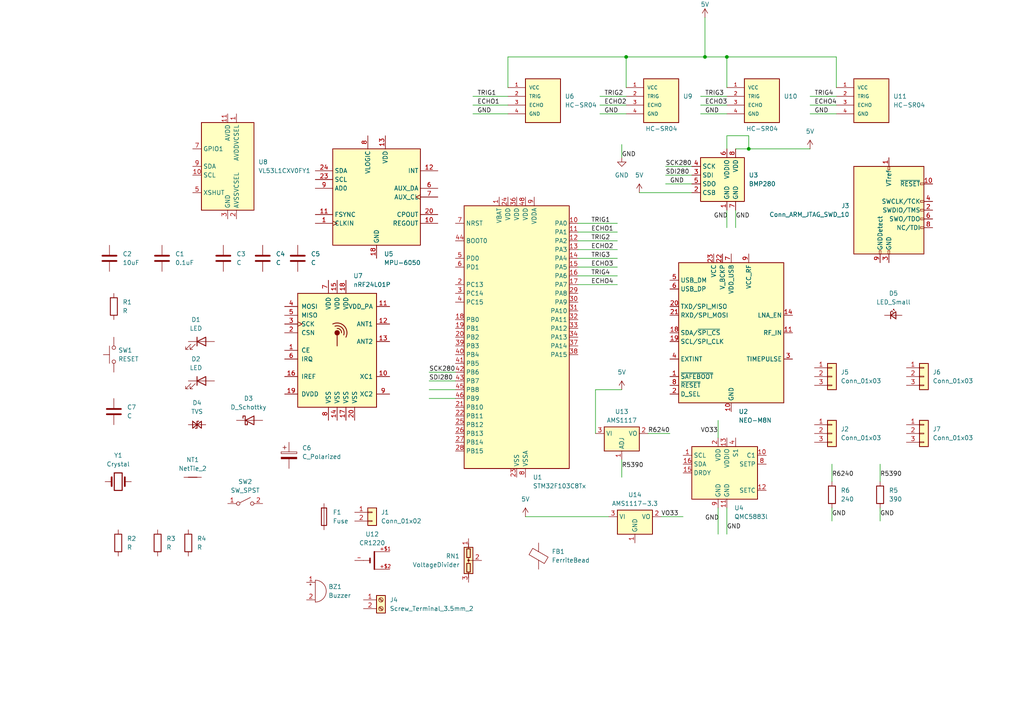
<source format=kicad_sch>
(kicad_sch (version 20250114) (generator "eeschema") (generator_version "9.0")
  (paper "A4")
  (lib_symbols
    (symbol "CR1220:CR1220" (pin_names (offset 1.016))
      (property "Reference" "U" (at -1.27 3.175 0))
      (property "Value" "CR1220" (at -1.27 -5.08 0))
      (symbol "CR1220_0_0"
        (pin passive line (at -5.08 0 0) (length 2.54) (name "~") (number "-"))
        (pin passive line (at 5.08 2.54 180) (length 2.54) (name "~") (number "+$1"))
        (pin passive line (at 5.08 -2.54 180) (length 2.54) (name "~") (number "+$2"))
      )
    )
    (symbol "Connector:Conn_ARM_JTAG_SWD_10" (pin_names (offset 1.016))
      (property "Reference" "J" (at -2.54 16.51 0))
      (property "Value" "Conn_ARM_JTAG_SWD_10" (at -2.54 13.97 0))
      (symbol "Conn_ARM_JTAG_SWD_10_1_1"
        (pin no_connect line (at -10.16 0 0) (length 2.54) (hide yes) (name "KEY") (number "7"))
        (pin passive line (at -2.54 -15.24 90) (length 2.54) (name "GNDDetect") (number "9"))
        (pin power_in line (at 0 15.24 270) (length 2.54) (name "VTref") (number "1"))
        (pin power_in line (at 0 -15.24 90) (length 2.54) (name "GND") (number "3"))
        (pin passive line (at 0 -15.24 90) (length 2.54) (hide yes) (name "GND") (number "5"))
        (pin open_collector line (at 12.7 7.62 180) (length 2.54) (name "~{RESET}") (number "10"))
        (pin output line (at 12.7 2.54 180) (length 2.54) (name "SWCLK/TCK") (number "4"))
        (pin bidirectional line (at 12.7 0 180) (length 2.54) (name "SWDIO/TMS") (number "2"))
        (pin input line (at 12.7 -2.54 180) (length 2.54) (name "SWO/TDO") (number "6"))
        (pin output line (at 12.7 -5.08 180) (length 2.54) (name "NC/TDI") (number "8"))
      )
    )
    (symbol "Connector_Generic:Conn_01x02" (pin_names (offset 1.016) (hide yes))
      (property "Reference" "J" (at 0 2.54 0))
      (property "Value" "Conn_01x02" (at 0 -5.08 0))
      (symbol "Conn_01x02_1_1"
        (pin passive line (at -5.08 0 0) (length 3.81) (name "Pin_1") (number "1"))
        (pin passive line (at -5.08 -2.54 0) (length 3.81) (name "Pin_2") (number "2"))
      )
    )
    (symbol "Connector_Generic:Conn_01x03" (pin_names (offset 1.016) (hide yes))
      (property "Reference" "J" (at 0 5.08 0))
      (property "Value" "Conn_01x03" (at 0 -5.08 0))
      (symbol "Conn_01x03_1_1"
        (pin passive line (at -5.08 2.54 0) (length 3.81) (name "Pin_1") (number "1"))
        (pin passive line (at -5.08 0 0) (length 3.81) (name "Pin_2") (number "2"))
        (pin passive line (at -5.08 -2.54 0) (length 3.81) (name "Pin_3") (number "3"))
      )
    )
    (symbol "Device:Buzzer" (pin_names (offset 0.0254) (hide yes))
      (property "Reference" "BZ" (at 3.81 1.27 0))
      (property "Value" "Buzzer" (at 3.81 -1.27 0))
      (symbol "Buzzer_1_1"
        (pin passive line (at -2.54 2.54 0) (length 2.54) (name "+") (number "1"))
        (pin passive line (at -2.54 -2.54 0) (length 2.54) (name "-") (number "2"))
      )
    )
    (symbol "Device:C" (pin_numbers (hide yes)) (pin_names (offset 0.254))
      (property "Reference" "C" (at 0.635 2.54 0))
      (property "Value" "C" (at 0.635 -2.54 0))
      (symbol "C_1_1"
        (pin passive line (at 0 3.81 270) (length 2.794) (name "~") (number "1"))
        (pin passive line (at 0 -3.81 90) (length 2.794) (name "~") (number "2"))
      )
    )
    (symbol "Device:C_Polarized" (pin_numbers (hide yes)) (pin_names (offset 0.254))
      (property "Reference" "C" (at 0.635 2.54 0))
      (property "Value" "C_Polarized" (at 0.635 -2.54 0))
      (symbol "C_Polarized_1_1"
        (pin passive line (at 0 3.81 270) (length 2.794) (name "~") (number "1"))
        (pin passive line (at 0 -3.81 90) (length 2.794) (name "~") (number "2"))
      )
    )
    (symbol "Device:Crystal" (pin_numbers (hide yes)) (pin_names (offset 1.016) (hide yes))
      (property "Reference" "Y" (at 0 3.81 0))
      (property "Value" "Crystal" (at 0 -3.81 0))
      (symbol "Crystal_1_1"
        (pin passive line (at -3.81 0 0) (length 1.27) (name "1") (number "1"))
        (pin passive line (at 3.81 0 180) (length 1.27) (name "2") (number "2"))
      )
    )
    (symbol "Device:D_Schottky" (pin_numbers (hide yes)) (pin_names (offset 1.016) (hide yes))
      (property "Reference" "D" (at 0 2.54 0))
      (property "Value" "D_Schottky" (at 0 -2.54 0))
      (symbol "D_Schottky_1_1"
        (pin passive line (at -3.81 0 0) (length 2.54) (name "K") (number "1"))
        (pin passive line (at 3.81 0 180) (length 2.54) (name "A") (number "2"))
      )
    )
    (symbol "Device:FerriteBead" (pin_numbers (hide yes)) (pin_names (offset 0))
      (property "Reference" "FB" (at -3.81 0.635 90))
      (property "Value" "FerriteBead" (at 3.81 0 90))
      (symbol "FerriteBead_1_1"
        (pin passive line (at 0 3.81 270) (length 2.54) (name "~") (number "1"))
        (pin passive line (at 0 -3.81 90) (length 2.54) (name "~") (number "2"))
      )
    )
    (symbol "Device:Fuse" (pin_numbers (hide yes)) (pin_names (offset 0))
      (property "Reference" "F" (at 2.032 0 90))
      (property "Value" "Fuse" (at -1.905 0 90))
      (symbol "Fuse_1_1"
        (pin passive line (at 0 3.81 270) (length 1.27) (name "~") (number "1"))
        (pin passive line (at 0 -3.81 90) (length 1.27) (name "~") (number "2"))
      )
    )
    (symbol "Device:LED_Small" (pin_numbers (hide yes)) (pin_names (offset 0.254) (hide yes))
      (property "Reference" "D" (at -1.27 3.175 0))
      (property "Value" "LED_Small" (at -4.445 -2.54 0))
      (symbol "LED_Small_1_1"
        (pin passive line (at -2.54 0 0) (length 1.778) (name "K") (number "1"))
        (pin passive line (at 2.54 0 180) (length 1.778) (name "A") (number "2"))
      )
    )
    (symbol "Device:NetTie_2" (pin_numbers (hide yes)) (pin_names (offset 0) (hide yes)) (in_bom no)
      (property "Reference" "NT" (at 0 1.27 0))
      (property "Value" "NetTie_2" (at 0 -1.27 0))
      (symbol "NetTie_2_1_1"
        (pin passive line (at -2.54 0 0) (length 2.54) (name "1") (number "1"))
        (pin passive line (at 2.54 0 180) (length 2.54) (name "2") (number "2"))
      )
    )
    (symbol "Device:R" (pin_numbers (hide yes)) (pin_names (offset 0))
      (property "Reference" "R" (at 2.032 0 90))
      (property "Value" "R" (at 0 0 90))
      (symbol "R_1_1"
        (pin passive line (at 0 3.81 270) (length 1.27) (name "~") (number "1"))
        (pin passive line (at 0 -3.81 90) (length 1.27) (name "~") (number "2"))
      )
    )
    (symbol "Device:VoltageDivider" (pin_names (offset 0) (hide yes))
      (property "Reference" "RN" (at -4.445 0 90))
      (property "Value" "VoltageDivider" (at -2.54 0 90))
      (symbol "VoltageDivider_1_1"
        (pin passive line (at 0 6.35 270) (length 2.54) (name "~") (number "1"))
        (pin passive line (at 0 -6.35 90) (length 2.54) (name "~") (number "3"))
        (pin passive line (at 3.81 0 180) (length 2.54) (name "~") (number "2"))
      )
    )
    (symbol "HC-SR04:HC-SR04" (pin_names (offset 1.016))
      (property "Reference" "U" (at 0 5.0813 0))
      (property "Value" "HC-SR04" (at 0 -10.163 0))
      (symbol "HC-SR04_0_0"
        (pin power_in line (at -5.08 2.54 0) (length 5.08) (name "VCC") (number "1"))
        (pin bidirectional line (at -5.08 0 0) (length 5.08) (name "TRIG") (number "2"))
        (pin bidirectional line (at -5.08 -2.54 0) (length 5.08) (name "ECHO") (number "3"))
        (pin power_in line (at -5.08 -5.08 0) (length 5.08) (name "GND") (number "4"))
      )
    )
    (symbol "MCU_ST_STM32F1:STM32F103C8Tx"
      (property "Reference" "U" (at -15.24 39.37 0))
      (property "Value" "STM32F103C8Tx" (at 7.62 39.37 0))
      (symbol "STM32F103C8Tx_1_1"
        (pin input line (at -17.78 33.02 0) (length 2.54) (name "NRST") (number "7"))
        (pin input line (at -17.78 27.94 0) (length 2.54) (name "BOOT0") (number "44"))
        (pin bidirectional line (at -17.78 22.86 0) (length 2.54) (name "PD0") (number "5"))
        (pin bidirectional line (at -17.78 20.32 0) (length 2.54) (name "PD1") (number "6"))
        (pin bidirectional line (at -17.78 15.24 0) (length 2.54) (name "PC13") (number "2"))
        (pin bidirectional line (at -17.78 12.7 0) (length 2.54) (name "PC14") (number "3"))
        (pin bidirectional line (at -17.78 10.16 0) (length 2.54) (name "PC15") (number "4"))
        (pin bidirectional line (at -17.78 5.08 0) (length 2.54) (name "PB0") (number "18"))
        (pin bidirectional line (at -17.78 2.54 0) (length 2.54) (name "PB1") (number "19"))
        (pin bidirectional line (at -17.78 0 0) (length 2.54) (name "PB2") (number "20"))
        (pin bidirectional line (at -17.78 -2.54 0) (length 2.54) (name "PB3") (number "39"))
        (pin bidirectional line (at -17.78 -5.08 0) (length 2.54) (name "PB4") (number "40"))
        (pin bidirectional line (at -17.78 -7.62 0) (length 2.54) (name "PB5") (number "41"))
        (pin bidirectional line (at -17.78 -10.16 0) (length 2.54) (name "PB6") (number "42"))
        (pin bidirectional line (at -17.78 -12.7 0) (length 2.54) (name "PB7") (number "43"))
        (pin bidirectional line (at -17.78 -15.24 0) (length 2.54) (name "PB8") (number "45"))
        (pin bidirectional line (at -17.78 -17.78 0) (length 2.54) (name "PB9") (number "46"))
        (pin bidirectional line (at -17.78 -20.32 0) (length 2.54) (name "PB10") (number "21"))
        (pin bidirectional line (at -17.78 -22.86 0) (length 2.54) (name "PB11") (number "22"))
        (pin bidirectional line (at -17.78 -25.4 0) (length 2.54) (name "PB12") (number "25"))
        (pin bidirectional line (at -17.78 -27.94 0) (length 2.54) (name "PB13") (number "26"))
        (pin bidirectional line (at -17.78 -30.48 0) (length 2.54) (name "PB14") (number "27"))
        (pin bidirectional line (at -17.78 -33.02 0) (length 2.54) (name "PB15") (number "28"))
        (pin power_in line (at -5.08 40.64 270) (length 2.54) (name "VBAT") (number "1"))
        (pin power_in line (at -2.54 40.64 270) (length 2.54) (name "VDD") (number "24"))
        (pin power_in line (at 0 40.64 270) (length 2.54) (name "VDD") (number "36"))
        (pin power_in line (at 0 -40.64 90) (length 2.54) (name "VSS") (number "23"))
        (pin passive line (at 0 -40.64 90) (length 2.54) (hide yes) (name "VSS") (number "35"))
        (pin passive line (at 0 -40.64 90) (length 2.54) (hide yes) (name "VSS") (number "47"))
        (pin power_in line (at 2.54 40.64 270) (length 2.54) (name "VDD") (number "48"))
        (pin power_in line (at 2.54 -40.64 90) (length 2.54) (name "VSSA") (number "8"))
        (pin power_in line (at 5.08 40.64 270) (length 2.54) (name "VDDA") (number "9"))
        (pin bidirectional line (at 17.78 33.02 180) (length 2.54) (name "PA0") (number "10"))
        (pin bidirectional line (at 17.78 30.48 180) (length 2.54) (name "PA1") (number "11"))
        (pin bidirectional line (at 17.78 27.94 180) (length 2.54) (name "PA2") (number "12"))
        (pin bidirectional line (at 17.78 25.4 180) (length 2.54) (name "PA3") (number "13"))
        (pin bidirectional line (at 17.78 22.86 180) (length 2.54) (name "PA4") (number "14"))
        (pin bidirectional line (at 17.78 20.32 180) (length 2.54) (name "PA5") (number "15"))
        (pin bidirectional line (at 17.78 17.78 180) (length 2.54) (name "PA6") (number "16"))
        (pin bidirectional line (at 17.78 15.24 180) (length 2.54) (name "PA7") (number "17"))
        (pin bidirectional line (at 17.78 12.7 180) (length 2.54) (name "PA8") (number "29"))
        (pin bidirectional line (at 17.78 10.16 180) (length 2.54) (name "PA9") (number "30"))
        (pin bidirectional line (at 17.78 7.62 180) (length 2.54) (name "PA10") (number "31"))
        (pin bidirectional line (at 17.78 5.08 180) (length 2.54) (name "PA11") (number "32"))
        (pin bidirectional line (at 17.78 2.54 180) (length 2.54) (name "PA12") (number "33"))
        (pin bidirectional line (at 17.78 0 180) (length 2.54) (name "PA13") (number "34"))
        (pin bidirectional line (at 17.78 -2.54 180) (length 2.54) (name "PA14") (number "37"))
        (pin bidirectional line (at 17.78 -5.08 180) (length 2.54) (name "PA15") (number "38"))
      )
    )
    (symbol "QMC5883l:QMC5883l"
      (property "Reference" "U" (at -3.81 7.62 0))
      (property "Value" "QMC5883l" (at 6.35 7.62 0))
      (symbol "QMC5883l_1_1"
        (pin input line (at -10.16 2.54 0) (length 2.54) (name "SCL") (number "1"))
        (pin bidirectional line (at -10.16 0 0) (length 2.54) (name "SDA") (number "16"))
        (pin output line (at -10.16 -2.54 0) (length 2.54) (name "DRDY") (number "15"))
        (pin no_connect line (at -7.62 -12.7 90) (length 2.54) (hide yes) (name "NC") (number "3"))
        (pin no_connect line (at -5.08 -12.7 90) (length 2.54) (hide yes) (name "NC") (number "6"))
        (pin no_connect line (at -2.54 -12.7 90) (length 2.54) (hide yes) (name "NC") (number "5"))
        (pin power_in line (at 0 7.62 270) (length 2.54) (name "VDD") (number "2"))
        (pin power_in line (at 0 -12.7 90) (length 2.54) (name "GND") (number "9"))
        (pin power_in line (at 2.54 7.62 270) (length 2.54) (name "VDDIO") (number "13"))
        (pin passive line (at 2.54 -12.7 90) (length 2.54) (name "GND") (number "11"))
        (pin passive line (at 5.08 7.62 270) (length 2.54) (name "S1") (number "4"))
        (pin no_connect line (at 5.08 -12.7 90) (length 2.54) (hide yes) (name "NC") (number "7"))
        (pin no_connect line (at 7.62 -12.7 90) (length 2.54) (hide yes) (name "NC") (number "14"))
        (pin passive line (at 13.97 2.54 180) (length 2.54) (name "C1") (number "10"))
        (pin passive line (at 13.97 0 180) (length 2.54) (name "SETP") (number "8"))
        (pin passive line (at 13.97 -7.62 180) (length 2.54) (name "SETC") (number "12"))
      )
    )
    (symbol "RF:nRF24L01P" (pin_names (offset 1.016))
      (property "Reference" "U" (at -11.43 17.78 0))
      (property "Value" "nRF24L01P" (at 5.08 17.78 0))
      (symbol "nRF24L01P_1_1"
        (pin input line (at -15.24 12.7 0) (length 3.81) (name "MOSI") (number "4"))
        (pin output line (at -15.24 10.16 0) (length 3.81) (name "MISO") (number "5"))
        (pin input clock (at -15.24 7.62 0) (length 3.81) (name "SCK") (number "3"))
        (pin input line (at -15.24 5.08 0) (length 3.81) (name "CSN") (number "2"))
        (pin input line (at -15.24 0 0) (length 3.81) (name "CE") (number "1"))
        (pin output line (at -15.24 -2.54 0) (length 3.81) (name "IRQ") (number "6"))
        (pin passive line (at -15.24 -7.62 0) (length 3.81) (name "IREF") (number "16"))
        (pin power_out line (at -15.24 -12.7 0) (length 3.81) (name "DVDD") (number "19"))
        (pin power_in line (at -2.54 20.32 270) (length 3.81) (name "VDD") (number "7"))
        (pin power_in line (at -2.54 -20.32 90) (length 3.81) (name "VSS") (number "8"))
        (pin power_in line (at 0 20.32 270) (length 3.81) (name "VDD") (number "15"))
        (pin power_in line (at 0 -20.32 90) (length 3.81) (name "VSS") (number "14"))
        (pin power_in line (at 2.54 20.32 270) (length 3.81) (name "VDD") (number "18"))
        (pin power_in line (at 2.54 -20.32 90) (length 3.81) (name "VSS") (number "17"))
        (pin power_in line (at 5.08 -20.32 90) (length 3.81) (name "VSS") (number "20"))
        (pin power_out line (at 15.24 12.7 180) (length 3.81) (name "VDD_PA") (number "11"))
        (pin passive line (at 15.24 7.62 180) (length 3.81) (name "ANT1") (number "12"))
        (pin passive line (at 15.24 2.54 180) (length 3.81) (name "ANT2") (number "13"))
        (pin passive line (at 15.24 -7.62 180) (length 3.81) (name "XC1") (number "10"))
        (pin passive line (at 15.24 -12.7 180) (length 3.81) (name "XC2") (number "9"))
      )
    )
    (symbol "RF_GPS:NEO-M8N"
      (property "Reference" "U" (at -13.97 21.59 0))
      (property "Value" "NEO-M8N" (at 11.43 21.59 0))
      (symbol "NEO-M8N_1_1"
        (pin bidirectional line (at -17.78 15.24 0) (length 2.54) (name "USB_DM") (number "5"))
        (pin bidirectional line (at -17.78 12.7 0) (length 2.54) (name "USB_DP") (number "6"))
        (pin output line (at -17.78 7.62 0) (length 2.54) (name "TXD/SPI_MISO") (number "20"))
        (pin input line (at -17.78 5.08 0) (length 2.54) (name "RXD/SPI_MOSI") (number "21"))
        (pin bidirectional line (at -17.78 0 0) (length 2.54) (name "SDA/~{SPI_CS}") (number "18"))
        (pin input line (at -17.78 -2.54 0) (length 2.54) (name "SCL/SPI_CLK") (number "19"))
        (pin input line (at -17.78 -7.62 0) (length 2.54) (name "EXTINT") (number "4"))
        (pin input line (at -17.78 -12.7 0) (length 2.54) (name "~{SAFEBOOT}") (number "1"))
        (pin input line (at -17.78 -15.24 0) (length 2.54) (name "~{RESET}") (number "8"))
        (pin input line (at -17.78 -17.78 0) (length 2.54) (name "D_SEL") (number "2"))
        (pin power_in line (at -5.08 22.86 270) (length 2.54) (name "VCC") (number "23"))
        (pin power_in line (at -2.54 22.86 270) (length 2.54) (name "V_BCKP") (number "22"))
        (pin power_in line (at 0 22.86 270) (length 2.54) (name "VDD_USB") (number "7"))
        (pin power_in line (at 0 -22.86 90) (length 2.54) (name "GND") (number "10"))
        (pin passive line (at 0 -22.86 90) (length 2.54) (hide yes) (name "GND") (number "12"))
        (pin passive line (at 0 -22.86 90) (length 2.54) (hide yes) (name "GND") (number "13"))
        (pin passive line (at 0 -22.86 90) (length 2.54) (hide yes) (name "GND") (number "24"))
        (pin power_out line (at 5.08 22.86 270) (length 2.54) (name "VCC_RF") (number "9"))
        (pin no_connect line (at 15.24 -10.16 180) (length 2.54) (hide yes) (name "RESERVED") (number "15"))
        (pin no_connect line (at 15.24 -12.7 180) (length 2.54) (hide yes) (name "RESERVED") (number "16"))
        (pin no_connect line (at 15.24 -15.24 180) (length 2.54) (hide yes) (name "RESERVED") (number "17"))
        (pin output line (at 17.78 5.08 180) (length 2.54) (name "LNA_EN") (number "14"))
        (pin input line (at 17.78 0 180) (length 2.54) (name "RF_IN") (number "11"))
        (pin output line (at 17.78 -7.62 180) (length 2.54) (name "TIMEPULSE") (number "3"))
      )
    )
    (symbol "Regulator_Linear:AMS1117"
      (property "Reference" "U" (at -3.81 3.175 0))
      (property "Value" "AMS1117" (at 0 3.175 0))
      (symbol "AMS1117_1_1"
        (pin power_in line (at -7.62 0 0) (length 2.54) (name "VI") (number "3"))
        (pin input line (at 0 -7.62 90) (length 2.54) (name "ADJ") (number "1"))
        (pin power_out line (at 7.62 0 180) (length 2.54) (name "VO") (number "2"))
      )
    )
    (symbol "Regulator_Linear:AMS1117-3.3"
      (property "Reference" "U" (at -3.81 3.175 0))
      (property "Value" "AMS1117-3.3" (at 0 3.175 0))
      (symbol "AMS1117-3.3_1_1"
        (pin power_in line (at -7.62 0 0) (length 2.54) (name "VI") (number "3"))
        (pin power_in line (at 0 -7.62 90) (length 2.54) (name "GND") (number "1"))
        (pin power_out line (at 7.62 0 180) (length 2.54) (name "VO") (number "2"))
      )
    )
    (symbol "Sensor_Distance:VL53L1CXV0FY1"
      (property "Reference" "U" (at -6.35 13.97 0))
      (property "Value" "VL53L1CXV0FY1" (at 12.065 13.97 0))
      (symbol "VL53L1CXV0FY1_1_1"
        (pin open_collector line (at -10.16 5.08 0) (length 2.54) (name "GPIO1") (number "7"))
        (pin bidirectional line (at -10.16 0 0) (length 2.54) (name "SDA") (number "9"))
        (pin input line (at -10.16 -2.54 0) (length 2.54) (name "SCL") (number "10"))
        (pin input line (at -10.16 -7.62 0) (length 2.54) (name "XSHUT") (number "5"))
        (pin no_connect line (at -7.62 7.62 0) (length 2.54) (hide yes) (name "DNC") (number "8"))
        (pin power_in line (at 0 15.24 270) (length 2.54) (name "AVDD") (number "11"))
        (pin passive line (at 0 -15.24 90) (length 2.54) (hide yes) (name "GND") (number "12"))
        (pin power_in line (at 0 -15.24 90) (length 2.54) (name "GND") (number "3"))
        (pin passive line (at 0 -15.24 90) (length 2.54) (hide yes) (name "GND") (number "4"))
        (pin passive line (at 0 -15.24 90) (length 2.54) (hide yes) (name "GND") (number "6"))
        (pin power_in line (at 2.54 15.24 270) (length 2.54) (name "AVDDVCSEL") (number "1"))
        (pin power_in line (at 2.54 -15.24 90) (length 2.54) (name "AVSSVCSEL") (number "2"))
      )
    )
    (symbol "Sensor_Motion:MPU-6050"
      (property "Reference" "U" (at -11.43 13.97 0))
      (property "Value" "MPU-6050" (at 7.62 -15.24 0))
      (symbol "MPU-6050_0_0"
        (text "" (at 12.7 -2.54 0) (effects (font (size 1.27 1.27))))
      )
      (symbol "MPU-6050_1_1"
        (pin bidirectional line (at -17.78 7.62 0) (length 5.08) (name "SDA") (number "24"))
        (pin input line (at -17.78 5.08 0) (length 5.08) (name "SCL") (number "23"))
        (pin input line (at -17.78 2.54 0) (length 5.08) (name "AD0") (number "9"))
        (pin input line (at -17.78 -5.08 0) (length 5.08) (name "FSYNC") (number "11"))
        (pin input clock (at -17.78 -7.62 0) (length 5.08) (name "CLKIN") (number "1"))
        (pin no_connect line (at -12.7 12.7 0) (length 2.54) (hide yes) (name "NC") (number "2"))
        (pin no_connect line (at -12.7 10.16 0) (length 2.54) (hide yes) (name "NC") (number "3"))
        (pin no_connect line (at -12.7 0 0) (length 2.54) (hide yes) (name "NC") (number "4"))
        (pin no_connect line (at -12.7 -2.54 0) (length 2.54) (hide yes) (name "NC") (number "5"))
        (pin no_connect line (at -12.7 -10.16 0) (length 2.54) (hide yes) (name "NC") (number "14"))
        (pin power_in line (at -2.54 17.78 270) (length 3.81) (name "VLOGIC") (number "8"))
        (pin power_in line (at 0 -17.78 90) (length 3.81) (name "GND") (number "18"))
        (pin power_in line (at 2.54 17.78 270) (length 3.81) (name "VDD") (number "13"))
        (pin no_connect line (at 12.7 12.7 180) (length 2.54) (hide yes) (name "NC") (number "15"))
        (pin no_connect line (at 12.7 10.16 180) (length 2.54) (hide yes) (name "NC") (number "16"))
        (pin no_connect line (at 12.7 5.08 180) (length 2.54) (hide yes) (name "NC") (number "17"))
        (pin no_connect line (at 12.7 -2.54 180) (length 2.54) (hide yes) (name "RESV") (number "21"))
        (pin no_connect line (at 12.7 -10.16 180) (length 2.54) (hide yes) (name "RESV") (number "19"))
        (pin no_connect line (at 12.7 -12.7 180) (length 2.54) (hide yes) (name "RESV") (number "22"))
        (pin output line (at 17.78 7.62 180) (length 5.08) (name "INT") (number "12"))
        (pin bidirectional line (at 17.78 2.54 180) (length 5.08) (name "AUX_DA") (number "6"))
        (pin output clock (at 17.78 0 180) (length 5.08) (name "AUX_CL") (number "7"))
        (pin passive line (at 17.78 -5.08 180) (length 5.08) (name "CPOUT") (number "20"))
        (pin passive line (at 17.78 -7.62 180) (length 5.08) (name "REGOUT") (number "10"))
      )
    )
    (symbol "Sensor_Pressure:BMP280"
      (property "Reference" "U" (at -7.62 10.16 0))
      (property "Value" "BMP280" (at 5.08 10.16 0))
      (symbol "BMP280_1_1"
        (pin input line (at -10.16 5.08 0) (length 2.54) (name "SCK") (number "4"))
        (pin bidirectional line (at -10.16 2.54 0) (length 2.54) (name "SDI") (number "3"))
        (pin bidirectional line (at -10.16 0 0) (length 2.54) (name "SDO") (number "5"))
        (pin input line (at -10.16 -2.54 0) (length 2.54) (name "CSB") (number "2"))
        (pin power_in line (at 0 10.16 270) (length 2.54) (name "VDDIO") (number "6"))
        (pin power_in line (at 0 -7.62 90) (length 2.54) (name "GND") (number "1"))
        (pin power_in line (at 2.54 10.16 270) (length 2.54) (name "VDD") (number "8"))
        (pin power_in line (at 2.54 -7.62 90) (length 2.54) (name "GND") (number "7"))
      )
    )
    (symbol "SparkFun-Connector:Screw_Terminal_3.5mm_2" (pin_names (offset 1.016) (hide yes))
      (property "Reference" "J" (at 0 3.81 0))
      (property "Value" "Screw_Terminal_3.5mm_2" (at 0 -3.81 0))
      (symbol "Screw_Terminal_3.5mm_2_1_1"
        (pin passive line (at -5.08 1.27 0) (length 3.81) (name "Pin_1") (number "1"))
        (pin passive line (at -5.08 -1.27 0) (length 3.81) (name "Pin_2") (number "2"))
      )
    )
    (symbol "SparkFun-DiscreteSemi:D_TVS" (pin_numbers (hide yes)) (pin_names (offset 1.016) (hide yes))
      (property "Reference" "D" (at 0 2.54 0))
      (property "Value" "TVS" (at 0 -2.54 0))
      (symbol "D_TVS_1_1"
        (pin passive line (at -2.54 0 0) (length 1.27) (name "A1") (number "1"))
        (pin passive line (at 2.54 0 180) (length 1.27) (name "A2") (number "2"))
      )
    )
    (symbol "SparkFun-LED:LED" (pin_numbers (hide yes)) (pin_names (offset 1.016) (hide yes))
      (property "Reference" "D" (at 0 2.54 0))
      (property "Value" "LED" (at 0 -2.54 0))
      (symbol "LED_1_1"
        (pin passive line (at -3.81 0 0) (length 2.54) (name "K") (number "1"))
        (pin passive line (at 3.81 0 180) (length 2.54) (name "A") (number "2"))
      )
    )
    (symbol "SparkFun-PowerSymbol:5V" (power) (pin_names (offset 0))
      (property "Value" "5V" (at 0 3.81 0))
      (symbol "5V_1_1"
        (pin power_in line (at 0 0 90) (length 0) (hide yes) (name "5V") (number "1"))
      )
    )
    (symbol "Switch:SW_Push" (pin_numbers (hide yes)) (pin_names (offset 1.016) (hide yes))
      (property "Reference" "SW" (at 1.27 2.54 0))
      (property "Value" "SW_Push" (at 0 -1.524 0))
      (symbol "SW_Push_0_1"
        (pin passive line (at -5.08 0 0) (length 2.54) (name "1") (number "1"))
        (pin passive line (at 5.08 0 180) (length 2.54) (name "2") (number "2"))
      )
    )
    (symbol "Switch:SW_SPST" (pin_names (offset 0) (hide yes))
      (property "Reference" "SW" (at 0 3.175 0))
      (property "Value" "SW_SPST" (at 0 -2.54 0))
      (symbol "SW_SPST_1_1"
        (pin passive line (at -5.08 0 0) (length 2.54) (name "A") (number "1"))
        (pin passive line (at 5.08 0 180) (length 2.54) (name "B") (number "2"))
      )
    )
    (symbol "power:GND" (power) (pin_numbers (hide yes)) (pin_names (offset 0) (hide yes))
      (property "Value" "GND" (at 0 -3.81 0))
      (symbol "GND_1_1"
        (pin power_in line (at 0 0 270) (length 0) (name "~") (number "1"))
      )
    )
    (symbol "power:VCC" (power) (pin_numbers (hide yes)) (pin_names (offset 0) (hide yes))
      (property "Value" "VCC" (at 0 3.556 0))
      (symbol "VCC_1_1"
        (pin power_in line (at 0 0 90) (length 0) (name "~") (number "1"))
      )
    )
  )
  (junction (at 217.17 43.18))
  (junction (at 181.61 16.51))
  (junction (at 204.47 16.51))
  (junction (at 210.82 16.51))
  (wire (pts (xy 180.34 133.35) (xy 180.34 138.43)))
  (wire (pts (xy 208.28 121.92) (xy 208.28 127)))
  (wire (pts (xy 137.16 33.02) (xy 147.32 33.02)))
  (wire (pts (xy 124.46 113.03) (xy 132.08 113.03)))
  (wire (pts (xy 187.96 125.73) (xy 194.31 125.73)))
  (wire (pts (xy 167.64 77.47) (xy 179.07 77.47)))
  (wire (pts (xy 147.32 16.51) (xy 181.61 16.51)))
  (wire (pts (xy 241.3 134.62) (xy 241.3 139.7)))
  (wire (pts (xy 167.64 82.55) (xy 179.07 82.55)))
  (wire (pts (xy 173.99 27.94) (xy 181.61 27.94)))
  (wire (pts (xy 167.64 67.31) (xy 179.07 67.31)))
  (wire (pts (xy 137.16 27.94) (xy 147.32 27.94)))
  (wire (pts (xy 172.72 113.03) (xy 172.72 125.73)))
  (wire (pts (xy 242.57 25.4) (xy 242.57 16.51)))
  (wire (pts (xy 203.2 33.02) (xy 210.82 33.02)))
  (wire (pts (xy 204.47 5.08) (xy 204.47 16.51)))
  (wire (pts (xy 137.16 30.48) (xy 147.32 30.48)))
  (wire (pts (xy 173.99 30.48) (xy 181.61 30.48)))
  (wire (pts (xy 185.42 55.88) (xy 200.66 55.88)))
  (wire (pts (xy 234.95 33.02) (xy 242.57 33.02)))
  (wire (pts (xy 147.32 25.4) (xy 147.32 16.51)))
  (wire (pts (xy 181.61 16.51) (xy 204.47 16.51)))
  (wire (pts (xy 124.46 110.49) (xy 132.08 110.49)))
  (wire (pts (xy 167.64 72.39) (xy 179.07 72.39)))
  (wire (pts (xy 167.64 69.85) (xy 179.07 69.85)))
  (wire (pts (xy 204.47 16.51) (xy 210.82 16.51)))
  (wire (pts (xy 217.17 43.18) (xy 234.95 43.18)))
  (wire (pts (xy 173.99 33.02) (xy 181.61 33.02)))
  (wire (pts (xy 180.34 113.03) (xy 172.72 113.03)))
  (wire (pts (xy 152.4 149.86) (xy 176.53 149.86)))
  (wire (pts (xy 241.3 147.32) (xy 241.3 151.13)))
  (wire (pts (xy 191.77 149.86) (xy 198.12 149.86)))
  (wire (pts (xy 179.07 64.77) (xy 167.64 64.77)))
  (wire (pts (xy 167.64 74.93) (xy 179.07 74.93)))
  (wire (pts (xy 124.46 107.95) (xy 132.08 107.95)))
  (wire (pts (xy 203.2 30.48) (xy 210.82 30.48)))
  (wire (pts (xy 210.82 60.96) (xy 210.82 66.04)))
  (wire (pts (xy 193.04 53.34) (xy 200.66 53.34)))
  (wire (pts (xy 255.27 147.32) (xy 255.27 151.13)))
  (wire (pts (xy 210.82 39.37) (xy 217.17 39.37)))
  (wire (pts (xy 167.64 80.01) (xy 179.07 80.01)))
  (wire (pts (xy 208.28 147.32) (xy 208.28 154.94)))
  (wire (pts (xy 124.46 115.57) (xy 132.08 115.57)))
  (wire (pts (xy 193.04 50.8) (xy 200.66 50.8)))
  (wire (pts (xy 181.61 25.4) (xy 181.61 16.51)))
  (wire (pts (xy 234.95 27.94) (xy 242.57 27.94)))
  (wire (pts (xy 203.2 27.94) (xy 210.82 27.94)))
  (wire (pts (xy 213.36 60.96) (xy 213.36 66.04)))
  (wire (pts (xy 213.36 43.18) (xy 217.17 43.18)))
  (wire (pts (xy 210.82 16.51) (xy 242.57 16.51)))
  (wire (pts (xy 180.34 41.91) (xy 180.34 45.72)))
  (wire (pts (xy 210.82 43.18) (xy 210.82 39.37)))
  (wire (pts (xy 210.82 16.51) (xy 210.82 25.4)))
  (wire (pts (xy 255.27 134.62) (xy 255.27 139.7)))
  (wire (pts (xy 210.82 147.32) (xy 210.82 154.94)))
  (wire (pts (xy 234.95 30.48) (xy 242.57 30.48)))
  (wire (pts (xy 217.17 39.37) (xy 217.17 43.18)))
  (wire (pts (xy 193.04 48.26) (xy 200.66 48.26)))
  (label "GND" (at 204.47 151.13 0))
  (label "SDI280" (at 193.04 50.8 0))
  (label "GND" (at 194.31 53.34 0))
  (label "ECHO2" (at 175.26 30.48 0))
  (label "VO33" (at 191.77 149.86 0))
  (label "SCK280" (at 124.46 107.95 0))
  (label "SCK280" (at 193.04 48.26 0))
  (label "TRIG3" (at 171.45 74.93 0))
  (label "ECHO2" (at 171.45 72.39 0))
  (label "SDI280" (at 124.46 110.49 0))
  (label "GND" (at 180.34 45.72 0))
  (label "ECHO4" (at 236.22 30.48 0))
  (label "TRIG2" (at 171.45 69.85 0))
  (label "GND" (at 210.82 153.67 0))
  (label "TRIG4" (at 236.22 27.94 0))
  (label "TRIG2" (at 175.26 27.94 0))
  (label "GND" (at 175.26 33.02 0))
  (label "ECHO3" (at 171.45 77.47 0))
  (label "GND" (at 204.47 33.02 0))
  (label "ECHO1" (at 138.43 30.48 0))
  (label "GND" (at 241.3 149.86 0))
  (label "R6240" (at 187.96 125.73 0))
  (label "VO33" (at 203.2 125.73 0))
  (label "GND" (at 207.01 63.5 0))
  (label "GND" (at 213.36 63.5 0))
  (label "ECHO4" (at 171.45 82.55 0))
  (label "GND" (at 236.22 33.02 0))
  (label "GND" (at 255.27 149.86 0))
  (label "TRIG1" (at 171.45 64.77 0))
  (label "ECHO1" (at 171.45 67.31 0))
  (label "TRIG1" (at 138.43 27.94 0))
  (label "ECHO3" (at 204.47 30.48 0))
  (label "R6240" (at 241.3 138.43 0))
  (label "TRIG4" (at 171.45 80.01 0))
  (label "GND" (at 138.43 33.02 0))
  (label "R5390" (at 180.34 135.89 0))
  (label "R5390" (at 255.27 138.43 0))
  (label "TRIG3" (at 204.47 27.94 0))
  (symbol (lib_id "Device:C_Polarized") (at 83.82 132.08 0) (unit 1)
    (property "Reference" "C6" (at 87.63 129.9209 0) (effects (justify left)))
    (property "Value" "C_Polarized" (at 87.63 132.4609 0) (effects (justify left)))
    (property "Description" "Polarized capacitor" (effects (hide yes)))
  )
  (symbol (lib_id "Switch:SW_Push") (at 33.02 102.87 90) (unit 1)
    (property "Reference" "SW1" (at 34.29 101.5999 90) (effects (justify right)))
    (property "Value" "RESET" (at 34.29 104.1399 90) (effects (justify right)))
    (property "Description" "Push button switch, generic, two pins" (effects (hide yes)))
  )
  (symbol (lib_id "Switch:SW_SPST") (at 71.12 146.05 0) (unit 1)
    (property "Reference" "SW2" (at 71.12 139.7 0))
    (property "Value" "SW_SPST" (at 71.12 142.24 0))
    (property "Description" "Single Pole Single Throw (SPST) switch" (effects (hide yes)))
  )
  (symbol (lib_id "SparkFun-LED:LED") (at 58.42 99.06 0) (unit 1)
    (property "Reference" "D1" (at 56.8325 92.71 0))
    (property "Value" "LED" (at 56.8325 95.25 0))
    (property "Footprint" "SparkFun-LED:LED_0603_1608Metric" (effects (hide yes)))
    (property "Description" "Light emitting diode" (effects (hide yes)))
    (property "PROD_ID" "LED-" (effects (hide yes)))
  )
  (symbol (lib_id "Device:FerriteBead") (at 156.21 161.29 0) (unit 1)
    (property "Reference" "FB1" (at 160.02 159.9691 0) (effects (justify left)))
    (property "Value" "FerriteBead" (at 160.02 162.5091 0) (effects (justify left)))
    (property "Description" "Ferrite bead" (effects (hide yes)))
  )
  (symbol (lib_id "Device:Fuse") (at 93.98 149.86 0) (unit 1)
    (property "Reference" "F1" (at 96.52 148.5899 0) (effects (justify left)))
    (property "Value" "Fuse" (at 96.52 151.1299 0) (effects (justify left)))
    (property "Description" "Fuse" (effects (hide yes)))
  )
  (symbol (lib_id "Device:NetTie_2") (at 55.88 138.43 0) (unit 1) (in_bom no)
    (property "Reference" "NT1" (at 55.88 133.35 0))
    (property "Value" "NetTie_2" (at 55.88 135.89 0))
    (property "Description" "Net tie, 2 pins" (effects (hide yes)))
  )
  (symbol (lib_id "Device:R") (at 54.61 157.48 0) (unit 1)
    (property "Reference" "R4" (at 57.15 156.2099 0) (effects (justify left)))
    (property "Value" "R" (at 57.15 158.7499 0) (effects (justify left)))
    (property "Description" "Resistor" (effects (hide yes)))
  )
  (symbol (lib_id "Connector_Generic:Conn_01x03") (at 241.3 109.22 0) (unit 1)
    (property "Reference" "J5" (at 243.84 107.9499 0) (effects (justify left)))
    (property "Value" "Conn_01x03" (at 243.84 110.4899 0) (effects (justify left)))
    (property "Description" "Generic connector, single row, 01x03, script generated (kicad-library-utils/schlib/autogen/connector/)" (effects (hide yes)))
  )
  (symbol (lib_id "Regulator_Linear:AMS1117-3.3") (at 184.15 149.86 0) (unit 1)
    (property "Reference" "U14" (at 184.15 143.51 0))
    (property "Value" "AMS1117-3.3" (at 184.15 146.05 0))
    (property "Footprint" "Package_TO_SOT_SMD:SOT-223-3_TabPin2" (effects (hide yes)))
    (property "Datasheet" "http://www.advanced-monolithic.com/pdf/ds1117.pdf" (effects (hide yes)))
    (property "Description" "1A Low Dropout regulator, positive, 3.3V fixed output, SOT-223" (effects (hide yes)))
  )
  (symbol (lib_id "Device:R") (at 255.27 143.51 0) (unit 1)
    (property "Reference" "R5" (at 257.81 142.2399 0) (effects (justify left)))
    (property "Value" "390" (at 257.81 144.7799 0) (effects (justify left)))
    (property "Description" "Resistor" (effects (hide yes)))
  )
  (symbol (lib_id "HC-SR04:HC-SR04") (at 215.9 27.94 0) (unit 1)
    (property "Reference" "U10" (at 227.33 27.9399 0) (effects (justify left)))
    (property "Value" "HC-SR04" (at 216.408 37.338 0) (effects (justify left)))
    (property "Footprint" "HC-SR04:XCVR_HC-SR04" (effects (hide yes)))
    (property "MF" "SparkFun Electronics" (effects (hide yes)))
    (property "Description_1" "HC-SR04 Ultrasonic Sensor Qwiic Platform Evaluation Expansion Board" (effects (hide yes)))
    (property "Package" "None" (effects (hide yes)))
    (property "Price" "None" (effects (hide yes)))
    (property "Check_prices" "https://www.snapeda.com/parts/HC-SR04/SparkFun/view-part/?ref=eda" (effects (hide yes)))
    (property "SnapEDA_Link" "https://www.snapeda.com/parts/HC-SR04/SparkFun/view-part/?ref=snap" (effects (hide yes)))
    (property "MP" "HC-SR04" (effects (hide yes)))
    (property "Availability" "Not in stock" (effects (hide yes)))
    (property "MANUFACTURER" "Osepp" (effects (hide yes)))
  )
  (symbol (lib_id "CR1220:CR1220") (at 107.95 162.56 0) (unit 1)
    (property "Reference" "U12" (at 107.95 154.94 0))
    (property "Value" "CR1220" (at 107.95 157.48 0))
    (property "MF" "FDK America" (effects (hide yes)))
    (property "Description_1" "Button cell battery, Lithium, 3 V, 40 mAh | Energizer CR1220 @ Button cell battery (Button cell battery, Lithium, 3 V, 40 mAh Standard Batteries)." (effects (hide yes)))
    (property "Package" "FDK America, Inc., a member of Fujitsu Group" (effects (hide yes)))
    (property "Price" "None" (effects (hide yes)))
    (property "SnapEDA_Link" "https://www.snapeda.com/parts/CR1220/FDK/view-part/?ref=snap" (effects (hide yes)))
    (property "MP" "CR1220" (effects (hide yes)))
    (property "Availability" "In Stock" (effects (hide yes)))
    (property "Check_prices" "https://www.snapeda.com/parts/CR1220/FDK/view-part/?ref=eda" (effects (hide yes)))
  )
  (symbol (lib_id "Sensor_Pressure:BMP280") (at 210.82 53.34 0) (unit 1)
    (property "Reference" "U3" (at 217.17 50.7999 0) (effects (justify left)))
    (property "Value" "BMP280" (at 217.17 53.3399 0) (effects (justify left)))
    (property "Footprint" "Package_LGA:Bosch_LGA-8_2x2.5mm_P0.65mm_ClockwisePinNumbering" (effects (hide yes)))
    (property "Datasheet" "https://ae-bst.resource.bosch.com/media/_tech/media/datasheets/BST-BMP280-DS001.pdf" (effects (hide yes)))
    (property "Description" "Absolute Barometric Pressure Sensor, LGA-8" (effects (hide yes)))
  )
  (symbol (lib_id "Device:C") (at 33.02 119.38 0) (unit 1)
    (property "Reference" "C7" (at 36.83 118.1099 0) (effects (justify left)))
    (property "Value" "C" (at 36.83 120.6499 0) (effects (justify left)))
    (property "Description" "Unpolarized capacitor" (effects (hide yes)))
  )
  (symbol (lib_id "Device:C") (at 46.99 74.93 0) (unit 1)
    (property "Reference" "C1" (at 50.8 73.6599 0) (effects (justify left)))
    (property "Value" "0.1uF" (at 50.8 76.1999 0) (effects (justify left)))
    (property "Description" "Unpolarized capacitor" (effects (hide yes)))
  )
  (symbol (lib_id "MCU_ST_STM32F1:STM32F103C8Tx") (at 149.86 97.79 0) (unit 1)
    (property "Reference" "U1" (at 154.5433 138.43 0) (effects (justify left)))
    (property "Value" "STM32F103C8Tx" (at 154.5433 140.97 0) (effects (justify left)))
    (property "Footprint" "Package_QFP:LQFP-48_7x7mm_P0.5mm" (effects (hide yes)))
    (property "Datasheet" "https://www.st.com/resource/en/datasheet/stm32f103c8.pdf" (effects (hide yes)))
    (property "Description" "STMicroelectronics Arm Cortex-M3 MCU, 64KB flash, 20KB RAM, 72 MHz, 2.0-3.6V, 37 GPIO, LQFP48" (effects (hide yes)))
  )
  (symbol (lib_id "Device:D_Schottky") (at 72.39 121.92 0) (unit 1)
    (property "Reference" "D3" (at 72.0725 115.57 0))
    (property "Value" "D_Schottky" (at 72.0725 118.11 0))
    (property "Description" "Schottky diode" (effects (hide yes)))
  )
  (symbol (lib_id "Regulator_Linear:AMS1117") (at 180.34 125.73 0) (unit 1)
    (property "Reference" "U13" (at 180.34 119.38 0))
    (property "Value" "AMS1117" (at 180.34 121.92 0))
    (property "Footprint" "Package_TO_SOT_SMD:SOT-223-3_TabPin2" (effects (hide yes)))
    (property "Datasheet" "http://www.advanced-monolithic.com/pdf/ds1117.pdf" (effects (hide yes)))
    (property "Description" "1A Low Dropout regulator, positive, adjustable output, SOT-223" (effects (hide yes)))
  )
  (symbol (lib_id "power:VCC") (at 180.34 113.03 0) (unit 1)
    (property "Reference" "#PWR05" (effects (hide yes)))
    (property "Value" "5V" (at 180.34 107.95 0))
    (property "Description" "Power symbol creates a global label with name \"VCC\"" (effects (hide yes)))
  )
  (symbol (lib_id "Device:R") (at 45.72 157.48 0) (unit 1)
    (property "Reference" "R3" (at 48.26 156.2099 0) (effects (justify left)))
    (property "Value" "R" (at 48.26 158.7499 0) (effects (justify left)))
    (property "Description" "Resistor" (effects (hide yes)))
  )
  (symbol (lib_id "QMC5883l:QMC5883l") (at 208.28 134.62 0) (unit 1)
    (property "Reference" "U4" (at 212.9633 147.32 0) (effects (justify left)))
    (property "Value" "QMC5883l" (at 212.9633 149.86 0) (effects (justify left)))
    (property "Footprint" "Package_LGA:LGA-16_3x3mm_P0.5mm" (effects (hide yes)))
  )
  (symbol (lib_id "Sensor_Motion:MPU-6050") (at 109.22 57.15 0) (unit 1)
    (property "Reference" "U5" (at 111.3633 73.66 0) (effects (justify left)))
    (property "Value" "MPU-6050" (at 111.3633 76.2 0) (effects (justify left)))
    (property "Footprint" "Sensor_Motion:InvenSense_QFN-24_4x4mm_P0.5mm" (effects (hide yes)))
    (property "Datasheet" "https://invensense.tdk.com/wp-content/uploads/2015/02/MPU-6000-Datasheet1.pdf" (effects (hide yes)))
    (property "Description" "InvenSense 6-Axis Motion Sensor, Gyroscope, Accelerometer, I2C" (effects (hide yes)))
  )
  (symbol (lib_id "SparkFun-PowerSymbol:5V") (at 204.47 5.08 0) (unit 1)
    (property "Reference" "#PWR01" (effects (hide yes)))
    (property "Value" "5V" (at 204.47 1.27 0))
    (property "Description" "Power symbol creates a global label with name \"5V\"" (effects (hide yes)))
  )
  (symbol (lib_id "power:VCC") (at 185.42 55.88 0) (unit 1)
    (property "Reference" "#PWR04" (effects (hide yes)))
    (property "Value" "5V" (at 185.42 50.8 0))
    (property "Description" "Power symbol creates a global label with name \"VCC\"" (effects (hide yes)))
  )
  (symbol (lib_id "SparkFun-Connector:Screw_Terminal_3.5mm_2") (at 110.49 175.26 0) (unit 1)
    (property "Reference" "J4" (at 113.03 173.9899 0) (effects (justify left)))
    (property "Value" "Screw_Terminal_3.5mm_2" (at 113.03 176.5299 0) (effects (justify left)))
    (property "Footprint" "SparkFun-Connector:Screw_Terminal_3.5mm-2" (effects (hide yes)))
    (property "Datasheet" "https://cdn.sparkfun.com/assets/8/5/e/4/d/ASS_4091_CO.pdf" (effects (hide yes)))
    (property "Description" "Screw terminal" (effects (hide yes)))
    (property "PROD_ID" "CONN-08399" (effects (hide yes)))
  )
  (symbol (lib_id "Device:R") (at 34.29 157.48 0) (unit 1)
    (property "Reference" "R2" (at 36.83 156.2099 0) (effects (justify left)))
    (property "Value" "R" (at 36.83 158.7499 0) (effects (justify left)))
    (property "Description" "Resistor" (effects (hide yes)))
  )
  (symbol (lib_id "RF:nRF24L01P") (at 97.79 101.6 0) (unit 1)
    (property "Reference" "U7" (at 102.4733 80.01 0) (effects (justify left)))
    (property "Value" "nRF24L01P" (at 102.4733 82.55 0) (effects (justify left)))
    (property "Footprint" "Package_DFN_QFN:QFN-20-1EP_4x4mm_P0.5mm_EP2.5x2.5mm" (effects (hide yes)))
    (property "Datasheet" "http://www.nordicsemi.com/eng/content/download/2726/34069/file/nRF24L01P_Product_Specification_1_0.pdf" (effects (hide yes)))
    (property "Description" "nRF24L01+, Ultra low power 2.4GHz RF Transceiver, QFN20 4x4mm" (effects (hide yes)))
  )
  (symbol (lib_id "RF_GPS:NEO-M8N") (at 212.09 96.52 0) (unit 1)
    (property "Reference" "U2" (at 214.2333 119.38 0) (effects (justify left)))
    (property "Value" "NEO-M8N" (at 214.2333 121.92 0) (effects (justify left)))
    (property "Footprint" "RF_GPS:ublox_NEO" (effects (hide yes)))
    (property "Datasheet" "https://content.u-blox.com/sites/default/files/NEO-M8-FW3_DataSheet_UBX-15031086.pdf" (effects (hide yes)))
    (property "Description" "GNSS Module NEO M8, VCC 2.7V to 3.6V" (effects (hide yes)))
  )
  (symbol (lib_id "HC-SR04:HC-SR04") (at 186.69 27.94 0) (unit 1)
    (property "Reference" "U9" (at 198.12 27.9399 0) (effects (justify left)))
    (property "Value" "HC-SR04" (at 187.198 37.338 0) (effects (justify left)))
    (property "Footprint" "HC-SR04:XCVR_HC-SR04" (effects (hide yes)))
    (property "MF" "SparkFun Electronics" (effects (hide yes)))
    (property "Description_1" "HC-SR04 Ultrasonic Sensor Qwiic Platform Evaluation Expansion Board" (effects (hide yes)))
    (property "Package" "None" (effects (hide yes)))
    (property "Price" "None" (effects (hide yes)))
    (property "Check_prices" "https://www.snapeda.com/parts/HC-SR04/SparkFun/view-part/?ref=eda" (effects (hide yes)))
    (property "SnapEDA_Link" "https://www.snapeda.com/parts/HC-SR04/SparkFun/view-part/?ref=snap" (effects (hide yes)))
    (property "MP" "HC-SR04" (effects (hide yes)))
    (property "Availability" "Not in stock" (effects (hide yes)))
    (property "MANUFACTURER" "Osepp" (effects (hide yes)))
  )
  (symbol (lib_id "Device:C") (at 86.36 74.93 0) (unit 1)
    (property "Reference" "C5" (at 90.17 73.6599 0) (effects (justify left)))
    (property "Value" "C" (at 90.17 76.1999 0) (effects (justify left)))
    (property "Description" "Unpolarized capacitor" (effects (hide yes)))
  )
  (symbol (lib_id "power:GND") (at 180.34 45.72 0) (unit 1)
    (property "Reference" "#PWR02" (effects (hide yes)))
    (property "Value" "GND" (at 180.34 50.8 0))
    (property "Description" "Power symbol creates a global label with name \"GND\" , ground" (effects (hide yes)))
  )
  (symbol (lib_id "Device:R") (at 241.3 143.51 0) (unit 1)
    (property "Reference" "R6" (at 243.84 142.2399 0) (effects (justify left)))
    (property "Value" "240" (at 243.84 144.7799 0) (effects (justify left)))
    (property "Description" "Resistor" (effects (hide yes)))
  )
  (symbol (lib_id "Device:C") (at 64.77 74.93 0) (unit 1)
    (property "Reference" "C3" (at 68.58 73.6599 0) (effects (justify left)))
    (property "Value" "C" (at 68.58 76.1999 0) (effects (justify left)))
    (property "Description" "Unpolarized capacitor" (effects (hide yes)))
  )
  (symbol (lib_id "Sensor_Distance:VL53L1CXV0FY1") (at 66.04 48.26 0) (unit 1)
    (property "Reference" "U8" (at 74.93 46.9899 0) (effects (justify left)))
    (property "Value" "VL53L1CXV0FY1" (at 74.93 49.5299 0) (effects (justify left)))
    (property "Footprint" "Sensor_Distance:ST_VL53L1x" (effects (hide yes)))
    (property "Datasheet" "https://www.st.com/resource/en/datasheet/vl53l1x.pdf" (effects (hide yes)))
    (property "Description" "4m distance ranging ToF sensor, Optical LGA12" (effects (hide yes)))
  )
  (symbol (lib_id "Device:Buzzer") (at 91.44 171.45 0) (unit 1)
    (property "Reference" "BZ1" (at 95.25 170.1799 0) (effects (justify left)))
    (property "Value" "Buzzer" (at 95.25 172.7199 0) (effects (justify left)))
    (property "Description" "Buzzer, polarized" (effects (hide yes)))
  )
  (symbol (lib_id "power:VCC") (at 152.4 149.86 0) (unit 1)
    (property "Reference" "#PWR06" (effects (hide yes)))
    (property "Value" "5V" (at 152.4 144.78 0))
    (property "Description" "Power symbol creates a global label with name \"VCC\"" (effects (hide yes)))
  )
  (symbol (lib_id "Connector_Generic:Conn_01x03") (at 267.97 125.73 0) (unit 1)
    (property "Reference" "J7" (at 270.51 124.4599 0) (effects (justify left)))
    (property "Value" "Conn_01x03" (at 270.51 126.9999 0) (effects (justify left)))
    (property "Description" "Generic connector, single row, 01x03, script generated (kicad-library-utils/schlib/autogen/connector/)" (effects (hide yes)))
  )
  (symbol (lib_id "Device:Crystal") (at 34.29 139.7 0) (unit 1)
    (property "Reference" "Y1" (at 34.29 132.08 0))
    (property "Value" "Crystal" (at 34.29 134.62 0))
    (property "Description" "Two pin crystal" (effects (hide yes)))
  )
  (symbol (lib_id "Connector_Generic:Conn_01x03") (at 267.97 109.22 0) (unit 1)
    (property "Reference" "J6" (at 270.51 107.9499 0) (effects (justify left)))
    (property "Value" "Conn_01x03" (at 270.51 110.4899 0) (effects (justify left)))
    (property "Description" "Generic connector, single row, 01x03, script generated (kicad-library-utils/schlib/autogen/connector/)" (effects (hide yes)))
  )
  (symbol (lib_id "HC-SR04:HC-SR04") (at 247.65 27.94 0) (unit 1)
    (property "Reference" "U11" (at 259.08 27.9399 0) (effects (justify left)))
    (property "Value" "HC-SR04" (at 259.08 30.4799 0) (effects (justify left)))
    (property "Footprint" "HC-SR04:XCVR_HC-SR04" (effects (hide yes)))
    (property "MF" "SparkFun Electronics" (effects (hide yes)))
    (property "Description_1" "HC-SR04 Ultrasonic Sensor Qwiic Platform Evaluation Expansion Board" (effects (hide yes)))
    (property "Package" "None" (effects (hide yes)))
    (property "Price" "None" (effects (hide yes)))
    (property "Check_prices" "https://www.snapeda.com/parts/HC-SR04/SparkFun/view-part/?ref=eda" (effects (hide yes)))
    (property "SnapEDA_Link" "https://www.snapeda.com/parts/HC-SR04/SparkFun/view-part/?ref=snap" (effects (hide yes)))
    (property "MP" "HC-SR04" (effects (hide yes)))
    (property "Availability" "Not in stock" (effects (hide yes)))
    (property "MANUFACTURER" "Osepp" (effects (hide yes)))
  )
  (symbol (lib_id "Device:VoltageDivider") (at 135.89 162.56 0) (unit 1)
    (property "Reference" "RN1" (at 133.35 161.2899 0) (effects (justify right)))
    (property "Value" "VoltageDivider" (at 133.35 163.8299 0) (effects (justify right)))
    (property "Description" "Voltage divider" (effects (hide yes)))
  )
  (symbol (lib_id "SparkFun-LED:LED") (at 58.42 110.49 0) (unit 1)
    (property "Reference" "D2" (at 56.8325 104.14 0))
    (property "Value" "LED" (at 56.8325 106.68 0))
    (property "Footprint" "SparkFun-LED:LED_0603_1608Metric" (effects (hide yes)))
    (property "Description" "Light emitting diode" (effects (hide yes)))
    (property "PROD_ID" "LED-" (effects (hide yes)))
  )
  (symbol (lib_id "SparkFun-DiscreteSemi:D_TVS") (at 57.15 123.19 0) (unit 1)
    (property "Reference" "D4" (at 57.15 116.84 0))
    (property "Value" "TVS" (at 57.15 119.38 0))
    (property "Footprint" "SparkFun-Semiconductor-Standard:SOT-323" (effects (hide yes)))
    (property "Description" "Bidirectional transient-voltage-suppression diode" (effects (hide yes)))
    (property "PROD_ID" "IC-" (effects (hide yes)))
  )
  (symbol (lib_id "Device:R") (at 33.02 88.9 0) (unit 1)
    (property "Reference" "R1" (at 35.56 87.6299 0) (effects (justify left)))
    (property "Value" "R" (at 35.56 90.1699 0) (effects (justify left)))
    (property "Description" "Resistor" (effects (hide yes)))
  )
  (symbol (lib_id "Device:C") (at 76.2 74.93 0) (unit 1)
    (property "Reference" "C4" (at 80.01 73.6599 0) (effects (justify left)))
    (property "Value" "C" (at 80.01 76.1999 0) (effects (justify left)))
    (property "Description" "Unpolarized capacitor" (effects (hide yes)))
  )
  (symbol (lib_id "Device:LED_Small") (at 259.08 91.44 0) (unit 1)
    (property "Reference" "D5" (at 259.1435 85.09 0))
    (property "Value" "LED_Small" (at 259.1435 87.63 0))
    (property "Description" "Light emitting diode, small symbol" (effects (hide yes)))
    (property "Sim.Pin" "1=K 2=A" (effects (hide yes)))
  )
  (symbol (lib_id "power:VCC") (at 234.95 43.18 0) (unit 1)
    (property "Reference" "#PWR03" (effects (hide yes)))
    (property "Value" "5V" (at 234.95 38.1 0))
    (property "Description" "Power symbol creates a global label with name \"VCC\"" (effects (hide yes)))
  )
  (symbol (lib_id "HC-SR04:HC-SR04") (at 152.4 27.94 0) (unit 1)
    (property "Reference" "U6" (at 163.83 27.9399 0) (effects (justify left)))
    (property "Value" "HC-SR04" (at 163.83 30.4799 0) (effects (justify left)))
    (property "Footprint" "HC-SR04:XCVR_HC-SR04" (effects (hide yes)))
    (property "MF" "SparkFun Electronics" (effects (hide yes)))
    (property "Description_1" "HC-SR04 Ultrasonic Sensor Qwiic Platform Evaluation Expansion Board" (effects (hide yes)))
    (property "Package" "None" (effects (hide yes)))
    (property "Price" "None" (effects (hide yes)))
    (property "Check_prices" "https://www.snapeda.com/parts/HC-SR04/SparkFun/view-part/?ref=eda" (effects (hide yes)))
    (property "SnapEDA_Link" "https://www.snapeda.com/parts/HC-SR04/SparkFun/view-part/?ref=snap" (effects (hide yes)))
    (property "MP" "HC-SR04" (effects (hide yes)))
    (property "Availability" "Not in stock" (effects (hide yes)))
    (property "MANUFACTURER" "Osepp" (effects (hide yes)))
  )
  (symbol (lib_id "Connector:Conn_ARM_JTAG_SWD_10") (at 257.81 60.96 0) (unit 1)
    (property "Reference" "J3" (at 246.38 59.6899 0) (effects (justify right)))
    (property "Value" "Conn_ARM_JTAG_SWD_10" (at 246.38 62.2299 0) (effects (justify right)))
    (property "Datasheet" "http://infocenter.arm.com/help/topic/com.arm.doc.ddi0314h/DDI0314H_coresight_components_trm.pdf" (effects (hide yes)))
    (property "Description" "Cortex Debug Connector, standard ARM Cortex-M SWD and JTAG interface" (effects (hide yes)))
  )
  (symbol (lib_id "Connector_Generic:Conn_01x03") (at 241.3 125.73 0) (unit 1)
    (property "Reference" "J2" (at 243.84 124.4599 0) (effects (justify left)))
    (property "Value" "Conn_01x03" (at 243.84 126.9999 0) (effects (justify left)))
    (property "Description" "Generic connector, single row, 01x03, script generated (kicad-library-utils/schlib/autogen/connector/)" (effects (hide yes)))
  )
  (symbol (lib_id "Connector_Generic:Conn_01x02") (at 107.95 148.59 0) (unit 1)
    (property "Reference" "J1" (at 110.49 148.5899 0) (effects (justify left)))
    (property "Value" "Conn_01x02" (at 110.49 151.1299 0) (effects (justify left)))
    (property "Description" "Generic connector, single row, 01x02, script generated (kicad-library-utils/schlib/autogen/connector/)" (effects (hide yes)))
  )
  (symbol (lib_id "Device:C") (at 31.75 74.93 0) (unit 1)
    (property "Reference" "C2" (at 35.56 73.6599 0) (effects (justify left)))
    (property "Value" "10uF" (at 35.56 76.1999 0) (effects (justify left)))
    (property "Description" "Unpolarized capacitor" (effects (hide yes)))
  )
)
</source>
